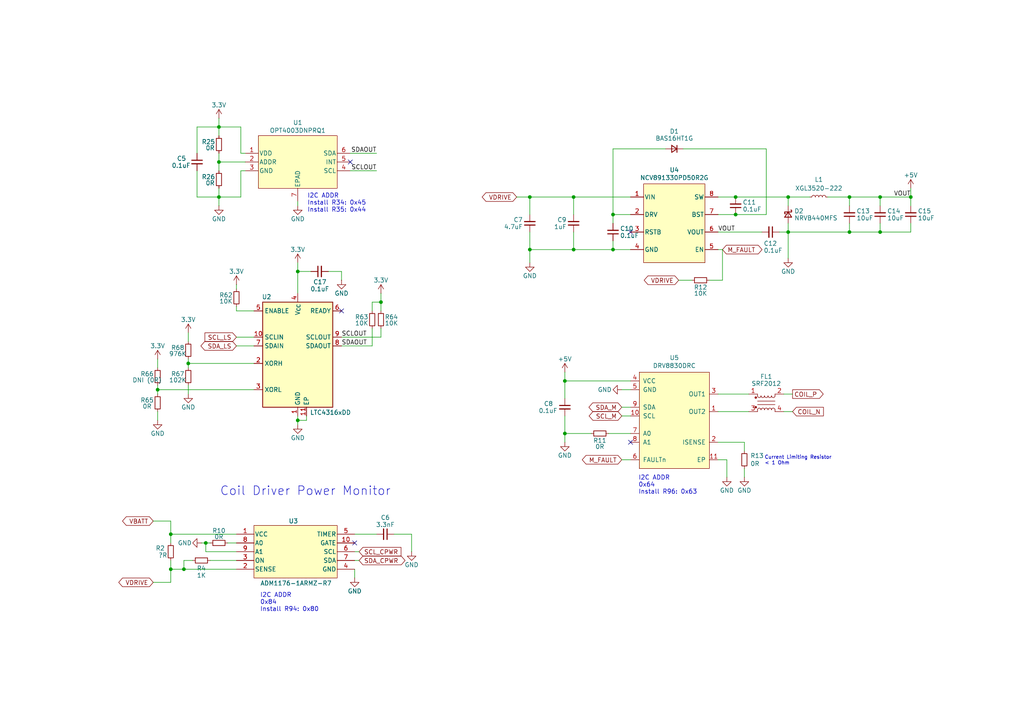
<source format=kicad_sch>
(kicad_sch (version 20231120) (generator "eeschema") (generator_version "8.0")
  (paper "A4")
  (lib_symbols
    (symbol "Interface_Expansion:LTC4316xDD"
      (property "Reference" "U" (at -8.89 16.51 0))
      (property "Value" "LTC4316xDD" (at 6.35 16.51 0))
      (symbol "LTC4316xDD_0_1"
        (rectangle (start -10.16 15.24) (end 10.16 -15.24) (stroke (width 0.254)) (fill (type background)))
      )
      (symbol "LTC4316xDD_1_1"
        (pin power_in line (at 0 -17.78 90) (length 2.54) (name "GND") (number "1"))
        (pin input line (at -12.7 5.08 0) (length 2.54) (name "SCLIN") (number "10"))
        (pin passive line (at 2.54 -17.78 90) (length 2.54) (name "EP") (number "11"))
        (pin input line (at -12.7 -2.54 0) (length 2.54) (name "XORH") (number "2"))
        (pin input line (at -12.7 -10.16 0) (length 2.54) (name "XORL") (number "3"))
        (pin power_in line (at 0 17.78 270) (length 2.54) (name "V_{CC}") (number "4"))
        (pin input line (at -12.7 12.7 0) (length 2.54) (name "ENABLE") (number "5"))
        (pin open_collector line (at 12.7 12.7 180) (length 2.54) (name "READY") (number "6"))
        (pin bidirectional line (at -12.7 2.54 0) (length 2.54) (name "SDAIN") (number "7"))
        (pin bidirectional line (at 12.7 2.54 180) (length 2.54) (name "SDAOUT") (number "8"))
        (pin output line (at 12.7 5.08 180) (length 2.54) (name "SCLOUT") (number "9"))
      )
    )
    (symbol "SolarPanels:ADM1176-1ARMZ-R7" (pin_names (offset 0.254))
      (property "Reference" "U9" (at 0 8.89 0))
      (property "Value" "ADM1176-1ARMZ-R7" (at 0.762 -9.144 0))
      (symbol "ADM1176-1ARMZ-R7_1_0"
        (pin unspecified line (at -16.51 5.08 0) (length 5.08) (name "VCC") (number "1"))
        (pin unspecified line (at 17.78 2.54 180) (length 5.08) (name "GATE") (number "10"))
        (pin unspecified line (at -16.51 -5.08 0) (length 5.08) (name "SENSE") (number "2"))
        (pin unspecified line (at -16.51 -2.54 0) (length 5.08) (name "ON") (number "3"))
        (pin unspecified line (at 17.78 -5.08 180) (length 5.08) (name "GND") (number "4"))
        (pin unspecified line (at 17.78 5.08 180) (length 5.08) (name "TIMER") (number "5"))
        (pin unspecified line (at 17.78 0 180) (length 5.08) (name "SCL") (number "6"))
        (pin unspecified line (at 17.78 -2.54 180) (length 5.08) (name "SDA") (number "7"))
        (pin unspecified line (at -16.51 2.54 0) (length 5.08) (name "A0") (number "8"))
        (pin unspecified line (at -16.51 0 0) (length 5.08) (name "A1") (number "9"))
      )
      (symbol "ADM1176-1ARMZ-R7_1_1"
        (rectangle (start -11.43 7.62) (end 12.7 -7.62) (fill (type background)))
      )
    )
    (symbol "SolarPanels:C_Small" (pin_numbers hide) (pin_names (offset 0.254) hide)
      (property "Reference" "C" (at 0.254 1.778 0))
      (property "Value" "C_Small" (at 0.254 -2.032 0))
      (symbol "C_Small_0_1"
        (polyline (pts (xy -1.524 -0.508) (xy 1.524 -0.508)) (stroke (width 0.3302)))
        (polyline (pts (xy -1.524 0.508) (xy 1.524 0.508)) (stroke (width 0.3048)))
      )
      (symbol "C_Small_1_1"
        (pin passive line (at 0 2.54 270) (length 2.032) (name "~") (number "1"))
        (pin passive line (at 0 -2.54 90) (length 2.032) (name "~") (number "2"))
      )
    )
    (symbol "SolarPanels:DRV8830DRC" (pin_names (offset 1.016))
      (property "Reference" "U" (at -8.89 15.24 0))
      (property "Value" "DRV8830DRC" (at -3.81 -15.24 0))
      (symbol "DRV8830DRC_0_1"
        (rectangle (start -10.16 13.97) (end 10.16 -13.97) (fill (type background)))
      )
      (symbol "DRV8830DRC_1_1"
        (pin passive line (at 12.7 2.54 180) (length 2.54) (name "OUT2") (number "1"))
        (pin passive line (at -12.7 1.27 0) (length 2.54) (name "SCL") (number "10"))
        (pin power_in line (at 12.7 -11.43 180) (length 2.54) (name "EP") (number "11"))
        (pin passive line (at 12.7 -6.35 180) (length 2.54) (name "ISENSE") (number "2"))
        (pin passive line (at 12.7 7.62 180) (length 2.54) (name "OUT1") (number "3"))
        (pin power_in line (at -12.7 11.43 0) (length 2.54) (name "VCC") (number "4"))
        (pin power_in line (at -12.7 8.89 0) (length 2.54) (name "GND") (number "5"))
        (pin open_collector line (at -12.7 -11.43 0) (length 2.54) (name "FAULTn") (number "6"))
        (pin passive line (at -12.7 -3.81 0) (length 2.54) (name "A0") (number "7"))
        (pin passive line (at -12.7 -6.35 0) (length 2.54) (name "A1") (number "8"))
        (pin passive line (at -12.7 3.81 0) (length 2.54) (name "SDA") (number "9"))
      )
    )
    (symbol "SolarPanels:D_Schottky_Small" (pin_numbers hide) (pin_names (offset 0.254) hide)
      (property "Reference" "D" (at -1.27 2.032 0))
      (property "Value" "D_Schottky_Small" (at -7.112 -2.032 0))
      (symbol "D_Schottky_Small_0_1"
        (polyline (pts (xy -0.762 0) (xy 0.762 0)))
        (polyline (pts (xy 0.762 -1.016) (xy -0.762 0) (xy 0.762 1.016) (xy 0.762 -1.016)) (stroke (width 0.254)))
        (polyline (pts (xy -1.27 0.762) (xy -1.27 1.016) (xy -0.762 1.016) (xy -0.762 -1.016) (xy -0.254 -1.016) (xy -0.254 -0.762)) (stroke (width 0.254)))
      )
      (symbol "D_Schottky_Small_1_1"
        (pin passive line (at -2.54 0 0) (length 1.778) (name "K") (number "1"))
        (pin passive line (at 2.54 0 180) (length 1.778) (name "A") (number "2"))
      )
    )
    (symbol "SolarPanels:D_Small" (pin_numbers hide) (pin_names (offset 0.254) hide)
      (property "Reference" "D" (at -1.27 2.032 0))
      (property "Value" "D_Small" (at -3.81 -2.032 0))
      (symbol "D_Small_0_1"
        (polyline (pts (xy -0.762 -1.016) (xy -0.762 1.016)) (stroke (width 0.254)))
        (polyline (pts (xy -0.762 0) (xy 0.762 0)))
        (polyline (pts (xy 0.762 -1.016) (xy -0.762 0) (xy 0.762 1.016) (xy 0.762 -1.016)) (stroke (width 0.254)))
      )
      (symbol "D_Small_1_1"
        (pin passive line (at -2.54 0 0) (length 1.778) (name "K") (number "1"))
        (pin passive line (at 2.54 0 180) (length 1.778) (name "A") (number "2"))
      )
    )
    (symbol "SolarPanels:Filter_EMI_CommonMode" (pin_names (offset 0.254) hide)
      (property "Reference" "FL" (at 0 4.445 0))
      (property "Value" "Filter_EMI_CommonMode" (at 0 -4.445 0))
      (symbol "Filter_EMI_CommonMode_0_1"
        (circle (center -3.048 -1.27) (radius 0.254) (fill (type outline)))
        (circle (center -3.048 1.524) (radius 0.254) (fill (type outline)))
        (arc (start -2.54 2.032) (mid -2.032 1.5262) (end -1.524 2.032))
        (arc (start -1.524 -2.032) (mid -2.032 -1.5262) (end -2.54 -2.032))
        (arc (start -1.524 2.032) (mid -1.016 1.5262) (end -0.508 2.032))
        (arc (start -0.508 -2.032) (mid -1.016 -1.5262) (end -1.524 -2.032))
        (arc (start -0.508 2.032) (mid 0 1.5262) (end 0.508 2.032))
        (polyline (pts (xy -2.54 -2.032) (xy -2.54 -2.54)))
        (polyline (pts (xy -2.54 0.508) (xy 2.54 0.508)))
        (polyline (pts (xy -2.54 2.032) (xy -2.54 2.54)))
        (polyline (pts (xy 2.54 -2.032) (xy 2.54 -2.54)))
        (polyline (pts (xy 2.54 -0.508) (xy -2.54 -0.508)))
        (polyline (pts (xy 2.54 2.54) (xy 2.54 2.032)))
        (arc (start 0.508 -2.032) (mid 0 -1.5262) (end -0.508 -2.032))
        (arc (start 0.508 2.032) (mid 1.016 1.5262) (end 1.524 2.032))
        (arc (start 1.524 -2.032) (mid 1.016 -1.5262) (end 0.508 -2.032))
        (arc (start 1.524 2.032) (mid 2.032 1.5262) (end 2.54 2.032))
        (arc (start 2.54 -2.032) (mid 2.032 -1.5262) (end 1.524 -2.032))
      )
      (symbol "Filter_EMI_CommonMode_1_1"
        (pin passive line (at -5.08 2.54 0) (length 2.54) (name "1") (number "1"))
        (pin passive line (at 5.08 2.54 180) (length 2.54) (name "2") (number "2"))
        (pin passive line (at -5.08 -2.54 0) (length 2.54) (name "3") (number "3"))
        (pin passive line (at 5.08 -2.54 180) (length 2.54) (name "4") (number "4"))
      )
    )
    (symbol "SolarPanels:L_Small" (pin_numbers hide) (pin_names (offset 0.254) hide)
      (property "Reference" "L" (at 0.762 1.016 0))
      (property "Value" "L_Small" (at 0.762 -1.016 0))
      (symbol "L_Small_0_1"
        (arc (start 0 -2.032) (mid 0.5058 -1.524) (end 0 -1.016))
        (arc (start 0 -1.016) (mid 0.5058 -0.508) (end 0 0))
        (arc (start 0 0) (mid 0.5058 0.508) (end 0 1.016))
        (arc (start 0 1.016) (mid 0.5058 1.524) (end 0 2.032))
      )
      (symbol "L_Small_1_1"
        (pin passive line (at 0 2.54 270) (length 0.508) (name "~") (number "1"))
        (pin passive line (at 0 -2.54 90) (length 0.508) (name "~") (number "2"))
      )
    )
    (symbol "SolarPanels:NCV891330PD50R2G" (pin_names (offset 0.254))
      (property "Reference" "U" (at 0 16.256 0))
      (property "Value" "NCV891330PD50R2G" (at 0 13.208 0))
      (symbol "NCV891330PD50R2G_1_1"
        (rectangle (start -8.89 11.43) (end 8.89 -11.43) (fill (type background)))
        (pin input line (at -12.7 7.62 0) (length 3.81) (name "VIN") (number "1"))
        (pin output line (at -12.7 2.54 0) (length 3.81) (name "DRV") (number "2"))
        (pin output line (at -12.7 -2.54 0) (length 3.81) (name "RSTB") (number "3"))
        (pin power_in line (at -12.7 -7.62 0) (length 3.81) (name "GND") (number "4"))
        (pin input line (at 12.7 -7.62 180) (length 3.81) (name "EN") (number "5"))
        (pin output line (at 12.7 -2.54 180) (length 3.81) (name "VOUT") (number "6"))
        (pin input line (at 12.7 2.54 180) (length 3.81) (name "BST") (number "7"))
        (pin output line (at 12.7 7.62 180) (length 3.81) (name "SW") (number "8"))
        (pin power_in line (at -12.7 -7.62 0) (length 3.81) hide (name "GND") (number "9"))
      )
    )
    (symbol "SolarPanels:OPT4003DNPRQ1" (pin_names (offset 0.254))
      (property "Reference" "U" (at 0 11.938 0))
      (property "Value" "OPT4003DNPRQ1" (at 0 9.398 0))
      (symbol "OPT4003DNPRQ1_1_1"
        (rectangle (start -11.43 7.62) (end 11.43 -7.62) (fill (type background)))
        (pin input line (at -15.24 2.54 0) (length 3.81) (name "VDD") (number "1"))
        (pin input line (at -15.24 0 0) (length 3.81) (name "ADDR") (number "2"))
        (pin power_in line (at -15.24 -2.54 0) (length 3.81) (name "GND") (number "3"))
        (pin input line (at 15.24 -2.54 180) (length 3.81) (name "SCL") (number "4"))
        (pin bidirectional line (at 15.24 0 180) (length 3.81) (name "INT") (number "5"))
        (pin bidirectional line (at 15.24 2.54 180) (length 3.81) (name "SDA") (number "6"))
        (pin power_out line (at 0 -11.43 90) (length 3.81) (name "EPAD") (number "7"))
      )
    )
    (symbol "SolarPanels:R_Small" (pin_numbers hide) (pin_names (offset 0.254) hide)
      (property "Reference" "R" (at 0.762 0.508 0))
      (property "Value" "R_Small" (at 0.762 -1.016 0))
      (symbol "R_Small_0_1"
        (rectangle (start -0.762 1.778) (end 0.762 -1.778) (stroke (width 0.2032)))
      )
      (symbol "R_Small_1_1"
        (pin passive line (at 0 2.54 270) (length 0.762) (name "~") (number "1"))
        (pin passive line (at 0 -2.54 90) (length 0.762) (name "~") (number "2"))
      )
    )
    (symbol "power:+3.3V" (power) (pin_numbers hide) (pin_names (offset 0) hide)
      (property "Value" "+3.3V" (at 0 3.556 0))
      (symbol "+3.3V_0_1"
        (polyline (pts (xy -0.762 1.27) (xy 0 2.54)))
        (polyline (pts (xy 0 0) (xy 0 2.54)))
        (polyline (pts (xy 0 2.54) (xy 0.762 1.27)))
      )
      (symbol "+3.3V_1_1"
        (pin power_in line (at 0 0 90) (length 0) (name "~") (number "1"))
      )
    )
    (symbol "power:+5V" (power) (pin_numbers hide) (pin_names (offset 0) hide)
      (property "Value" "+5V" (at 0 3.556 0))
      (symbol "+5V_0_1"
        (polyline (pts (xy -0.762 1.27) (xy 0 2.54)))
        (polyline (pts (xy 0 0) (xy 0 2.54)))
        (polyline (pts (xy 0 2.54) (xy 0.762 1.27)))
      )
      (symbol "+5V_1_1"
        (pin power_in line (at 0 0 90) (length 0) (name "~") (number "1"))
      )
    )
    (symbol "power:GND" (power) (pin_numbers hide) (pin_names (offset 0) hide)
      (property "Value" "GND" (at 0 -3.81 0))
      (symbol "GND_0_1"
        (polyline (pts (xy 0 0) (xy 0 -1.27) (xy 1.27 -1.27) (xy 0 -2.54) (xy -1.27 -1.27) (xy 0 -1.27)))
      )
      (symbol "GND_1_1"
        (pin power_in line (at 0 0 270) (length 0) (name "~") (number "1"))
      )
    )
  )
  (junction (at 228.6 67.31))
  (junction (at 264.16 57.15))
  (junction (at 59.69 157.48))
  (junction (at 153.67 72.39))
  (junction (at 163.83 110.49))
  (junction (at 53.34 165.1))
  (junction (at 177.8 62.23))
  (junction (at 166.37 72.39))
  (junction (at 228.6 57.15))
  (junction (at 86.36 121.92))
  (junction (at 63.5 36.83))
  (junction (at 177.8 72.39))
  (junction (at 163.83 125.73))
  (junction (at 63.5 46.99))
  (junction (at 213.36 57.15))
  (junction (at 255.27 57.15))
  (junction (at 49.53 165.1))
  (junction (at 246.38 67.31))
  (junction (at 49.53 154.94))
  (junction (at 86.36 78.74))
  (junction (at 45.72 113.03))
  (junction (at 54.61 105.41))
  (junction (at 153.67 57.15))
  (junction (at 63.5 57.15))
  (junction (at 166.37 57.15))
  (junction (at 213.36 62.23))
  (junction (at 255.27 67.31))
  (junction (at 110.49 87.63))
  (junction (at 246.38 57.15))
  (no_connect (at 101.6 46.99))
  (no_connect (at 182.88 128.27))
  (no_connect (at 182.88 67.31))
  (no_connect (at 99.06 90.17))
  (no_connect (at 102.87 157.48))
  (wire (pts (xy 208.28 57.15) (xy 213.36 57.15)))
  (wire (pts (xy 110.49 87.63) (xy 110.49 90.17)))
  (wire (pts (xy 102.87 154.94) (xy 109.22 154.94)))
  (wire (pts (xy 99.06 100.33) (xy 107.95 100.33)))
  (wire (pts (xy 182.88 62.23) (xy 177.8 62.23)))
  (wire (pts (xy 102.87 167.64) (xy 102.87 165.1)))
  (wire (pts (xy 110.49 85.09) (xy 110.49 87.63)))
  (wire (pts (xy 90.17 78.74) (xy 86.36 78.74)))
  (wire (pts (xy 209.55 72.39) (xy 208.28 72.39)))
  (wire (pts (xy 222.25 62.23) (xy 213.36 62.23)))
  (wire (pts (xy 264.16 54.61) (xy 264.16 57.15)))
  (wire (pts (xy 95.25 78.74) (xy 99.06 78.74)))
  (wire (pts (xy 63.5 59.69) (xy 63.5 57.15)))
  (wire (pts (xy 54.61 105.41) (xy 73.66 105.41)))
  (wire (pts (xy 49.53 154.94) (xy 49.53 151.13)))
  (wire (pts (xy 49.53 154.94) (xy 68.58 154.94)))
  (wire (pts (xy 101.6 49.53) (xy 109.22 49.53)))
  (wire (pts (xy 119.38 154.94) (xy 119.38 160.02)))
  (wire (pts (xy 166.37 67.31) (xy 166.37 72.39)))
  (wire (pts (xy 107.95 87.63) (xy 107.95 90.17)))
  (wire (pts (xy 119.38 154.94) (xy 114.3 154.94)))
  (wire (pts (xy 177.8 62.23) (xy 177.8 43.18)))
  (wire (pts (xy 255.27 67.31) (xy 246.38 67.31)))
  (wire (pts (xy 198.12 43.18) (xy 222.25 43.18)))
  (wire (pts (xy 208.28 133.35) (xy 210.82 133.35)))
  (wire (pts (xy 49.53 165.1) (xy 53.34 165.1)))
  (wire (pts (xy 176.53 125.73) (xy 182.88 125.73)))
  (wire (pts (xy 208.28 67.31) (xy 220.98 67.31)))
  (wire (pts (xy 86.36 121.92) (xy 86.36 123.19)))
  (wire (pts (xy 228.6 74.93) (xy 228.6 67.31)))
  (wire (pts (xy 68.58 100.33) (xy 73.66 100.33)))
  (wire (pts (xy 68.58 83.82) (xy 68.58 82.55)))
  (wire (pts (xy 58.42 157.48) (xy 59.69 157.48)))
  (wire (pts (xy 59.69 157.48) (xy 59.69 160.02)))
  (wire (pts (xy 205.74 81.28) (xy 209.55 81.28)))
  (wire (pts (xy 71.12 44.45) (xy 69.85 44.45)))
  (wire (pts (xy 227.33 114.3) (xy 229.87 114.3)))
  (wire (pts (xy 69.85 44.45) (xy 69.85 36.83)))
  (wire (pts (xy 63.5 46.99) (xy 63.5 49.53)))
  (wire (pts (xy 208.28 128.27) (xy 215.9 128.27)))
  (wire (pts (xy 69.85 49.53) (xy 69.85 57.15)))
  (wire (pts (xy 49.53 162.56) (xy 49.53 165.1)))
  (wire (pts (xy 215.9 135.89) (xy 215.9 138.43)))
  (wire (pts (xy 68.58 90.17) (xy 68.58 88.9)))
  (wire (pts (xy 86.36 121.92) (xy 88.9 121.92)))
  (wire (pts (xy 163.83 110.49) (xy 163.83 115.57)))
  (wire (pts (xy 49.53 154.94) (xy 49.53 157.48)))
  (wire (pts (xy 68.58 97.79) (xy 73.66 97.79)))
  (wire (pts (xy 54.61 111.76) (xy 54.61 114.3)))
  (wire (pts (xy 182.88 113.03) (xy 180.34 113.03)))
  (wire (pts (xy 153.67 67.31) (xy 153.67 72.39)))
  (wire (pts (xy 69.85 36.83) (xy 63.5 36.83)))
  (wire (pts (xy 149.86 57.15) (xy 153.67 57.15)))
  (wire (pts (xy 226.06 67.31) (xy 228.6 67.31)))
  (wire (pts (xy 264.16 59.69) (xy 264.16 57.15)))
  (wire (pts (xy 177.8 43.18) (xy 193.04 43.18)))
  (wire (pts (xy 57.15 49.53) (xy 57.15 57.15)))
  (wire (pts (xy 59.69 160.02) (xy 68.58 160.02)))
  (wire (pts (xy 222.25 43.18) (xy 222.25 62.23)))
  (wire (pts (xy 153.67 57.15) (xy 153.67 62.23)))
  (wire (pts (xy 86.36 59.69) (xy 86.36 58.42)))
  (wire (pts (xy 182.88 57.15) (xy 166.37 57.15)))
  (wire (pts (xy 255.27 64.77) (xy 255.27 67.31)))
  (wire (pts (xy 182.88 118.11) (xy 180.34 118.11)))
  (wire (pts (xy 63.5 36.83) (xy 63.5 39.37)))
  (wire (pts (xy 53.34 162.56) (xy 53.34 165.1)))
  (wire (pts (xy 255.27 57.15) (xy 264.16 57.15)))
  (wire (pts (xy 110.49 95.25) (xy 110.49 97.79)))
  (wire (pts (xy 213.36 62.23) (xy 208.28 62.23)))
  (wire (pts (xy 208.28 114.3) (xy 217.17 114.3)))
  (wire (pts (xy 166.37 72.39) (xy 153.67 72.39)))
  (wire (pts (xy 104.14 160.02) (xy 102.87 160.02)))
  (wire (pts (xy 228.6 57.15) (xy 234.95 57.15)))
  (wire (pts (xy 99.06 97.79) (xy 110.49 97.79)))
  (wire (pts (xy 86.36 78.74) (xy 86.36 85.09)))
  (wire (pts (xy 54.61 96.52) (xy 54.61 99.06)))
  (wire (pts (xy 54.61 106.68) (xy 54.61 105.41)))
  (wire (pts (xy 209.55 72.39) (xy 209.55 81.28)))
  (wire (pts (xy 163.83 110.49) (xy 182.88 110.49)))
  (wire (pts (xy 246.38 57.15) (xy 246.38 59.69)))
  (wire (pts (xy 99.06 78.74) (xy 99.06 81.28)))
  (wire (pts (xy 196.85 81.28) (xy 200.66 81.28)))
  (wire (pts (xy 180.34 133.35) (xy 182.88 133.35)))
  (wire (pts (xy 101.6 44.45) (xy 109.22 44.45)))
  (wire (pts (xy 228.6 67.31) (xy 228.6 64.77)))
  (wire (pts (xy 177.8 69.85) (xy 177.8 72.39)))
  (wire (pts (xy 215.9 128.27) (xy 215.9 130.81)))
  (wire (pts (xy 63.5 46.99) (xy 71.12 46.99)))
  (wire (pts (xy 264.16 64.77) (xy 264.16 67.31)))
  (wire (pts (xy 57.15 57.15) (xy 63.5 57.15)))
  (wire (pts (xy 107.95 95.25) (xy 107.95 100.33)))
  (wire (pts (xy 163.83 125.73) (xy 171.45 125.73)))
  (wire (pts (xy 177.8 62.23) (xy 177.8 64.77)))
  (wire (pts (xy 53.34 165.1) (xy 68.58 165.1)))
  (wire (pts (xy 86.36 76.2) (xy 86.36 78.74)))
  (wire (pts (xy 240.03 57.15) (xy 246.38 57.15)))
  (wire (pts (xy 246.38 64.77) (xy 246.38 67.31)))
  (wire (pts (xy 45.72 119.38) (xy 45.72 121.92)))
  (wire (pts (xy 63.5 54.61) (xy 63.5 57.15)))
  (wire (pts (xy 73.66 90.17) (xy 68.58 90.17)))
  (wire (pts (xy 44.45 151.13) (xy 49.53 151.13)))
  (wire (pts (xy 208.28 119.38) (xy 217.17 119.38)))
  (wire (pts (xy 246.38 67.31) (xy 228.6 67.31)))
  (wire (pts (xy 255.27 57.15) (xy 246.38 57.15)))
  (wire (pts (xy 54.61 105.41) (xy 54.61 104.14)))
  (wire (pts (xy 60.96 157.48) (xy 59.69 157.48)))
  (wire (pts (xy 60.96 162.56) (xy 68.58 162.56)))
  (wire (pts (xy 153.67 72.39) (xy 153.67 76.2)))
  (wire (pts (xy 45.72 113.03) (xy 73.66 113.03)))
  (wire (pts (xy 177.8 72.39) (xy 166.37 72.39)))
  (wire (pts (xy 166.37 57.15) (xy 166.37 62.23)))
  (wire (pts (xy 63.5 46.99) (xy 63.5 44.45)))
  (wire (pts (xy 255.27 57.15) (xy 255.27 59.69)))
  (wire (pts (xy 69.85 57.15) (xy 63.5 57.15)))
  (wire (pts (xy 182.88 72.39) (xy 177.8 72.39)))
  (wire (pts (xy 110.49 87.63) (xy 107.95 87.63)))
  (wire (pts (xy 210.82 133.35) (xy 210.82 138.43)))
  (wire (pts (xy 45.72 106.68) (xy 45.72 104.14)))
  (wire (pts (xy 163.83 120.65) (xy 163.83 125.73)))
  (wire (pts (xy 104.14 162.56) (xy 102.87 162.56)))
  (wire (pts (xy 213.36 57.15) (xy 228.6 57.15)))
  (wire (pts (xy 255.27 67.31) (xy 264.16 67.31)))
  (wire (pts (xy 88.9 121.92) (xy 88.9 120.65)))
  (wire (pts (xy 86.36 121.92) (xy 86.36 120.65)))
  (wire (pts (xy 45.72 113.03) (xy 45.72 111.76)))
  (wire (pts (xy 227.33 119.38) (xy 229.87 119.38)))
  (wire (pts (xy 44.45 168.91) (xy 49.53 168.91)))
  (wire (pts (xy 69.85 49.53) (xy 71.12 49.53)))
  (wire (pts (xy 45.72 113.03) (xy 45.72 114.3)))
  (wire (pts (xy 166.37 57.15) (xy 153.67 57.15)))
  (wire (pts (xy 163.83 107.95) (xy 163.83 110.49)))
  (wire (pts (xy 182.88 120.65) (xy 180.34 120.65)))
  (wire (pts (xy 228.6 57.15) (xy 228.6 59.69)))
  (wire (pts (xy 63.5 36.83) (xy 57.15 36.83)))
  (wire (pts (xy 55.88 162.56) (xy 53.34 162.56)))
  (wire (pts (xy 163.83 125.73) (xy 163.83 128.27)))
  (wire (pts (xy 63.5 34.29) (xy 63.5 36.83)))
  (wire (pts (xy 66.04 157.48) (xy 68.58 157.48)))
  (wire (pts (xy 57.15 36.83) (xy 57.15 44.45)))
  (wire (pts (xy 49.53 165.1) (xy 49.53 168.91)))
  (text "Current Limiting Resistor\n< 1 Ohm" (at 221.742 135.001 0) (effects (font (size 1.016 1.016)) (justify left bottom)))
  (text "I2C ADDR\n0x64\nInstall R96: 0x63" (at 185.166 143.51 0) (effects (font (size 1.27 1.27)) (justify left bottom)))
  (text "I2C ADDR\nInstall R34: 0x45\nInstall R35: 0x44" (at 89.154 61.722 0) (effects (font (size 1.27 1.27)) (justify left bottom)))
  (text "Coil Driver Power Monitor" (at 63.754 144.018 0) (effects (font (size 2.54 2.54)) (justify left bottom)))
  (text "I2C ADDR\n0x84\nInstall R94: 0x80" (at 75.438 177.546 0) (effects (font (size 1.27 1.27)) (justify left bottom)))
  (label "SCLOUT" (at 99.06 97.79 0))
  (label "SDAOUT" (at 99.06 100.33 0))
  (label "SCLOUT" (at 109.22 49.53 180))
  (label "VOUT" (at 208.28 67.31 0))
  (label "VOUT" (at 264.16 57.15 180))
  (label "SDAOUT" (at 109.22 44.45 180))
  (global_label "COIL_P" (shape output) (at 229.87 114.3 0) (property "Intersheetrefs" "${INTERSHEET_REFS}" (effects (hide yes))))
  (global_label "SCL_M" (shape bidirectional) (at 180.34 120.65 180) (property "Intersheetrefs" "${INTERSHEET_REFS}" (effects (hide yes))))
  (global_label "M_FAULT" (shape bidirectional) (at 209.55 72.39 0) (property "Intersheetrefs" "${INTERSHEET_REFS}" (effects (hide yes))))
  (global_label "VDRIVE" (shape bidirectional) (at 44.45 168.91 180) (property "Intersheetrefs" "${INTERSHEET_REFS}" (effects (hide yes))))
  (global_label "VBATT" (shape bidirectional) (at 44.45 151.13 180) (property "Intersheetrefs" "${INTERSHEET_REFS}" (effects (hide yes))))
  (global_label "COIL_N" (shape input) (at 229.87 119.38 0) (property "Intersheetrefs" "${INTERSHEET_REFS}" (effects (hide yes))))
  (global_label "VDRIVE" (shape bidirectional) (at 196.85 81.28 180) (property "Intersheetrefs" "${INTERSHEET_REFS}" (effects (hide yes))))
  (global_label "SDA_LS" (shape bidirectional) (at 68.58 100.33 180) (property "Intersheetrefs" "${INTERSHEET_REFS}" (effects (hide yes))))
  (global_label "SCL_CPWR" (shape input) (at 104.14 160.02 0) (property "Intersheetrefs" "${INTERSHEET_REFS}" (effects (hide yes))))
  (global_label "SDA_CPWR" (shape bidirectional) (at 104.14 162.56 0) (property "Intersheetrefs" "${INTERSHEET_REFS}" (effects (hide yes))))
  (global_label "SCL_LS" (shape input) (at 68.58 97.79 180) (property "Intersheetrefs" "${INTERSHEET_REFS}" (effects (hide yes))))
  (global_label "SDA_M" (shape bidirectional) (at 180.34 118.11 180) (property "Intersheetrefs" "${INTERSHEET_REFS}" (effects (hide yes))))
  (global_label "VDRIVE" (shape bidirectional) (at 149.86 57.15 180) (property "Intersheetrefs" "${INTERSHEET_REFS}" (effects (hide yes))))
  (global_label "M_FAULT" (shape bidirectional) (at 180.34 133.35 180) (property "Intersheetrefs" "${INTERSHEET_REFS}" (effects (hide yes))))
  (symbol (lib_id "SolarPanels:D_Schottky_Small") (at 228.6 62.23 270) (unit 1)
    (property "Reference" "D2" (at 230.378 61.214 90) (effects (justify left)))
    (property "Value" "NRVB440MFS" (at 230.378 63.246 90) (effects (justify left)))
    (property "Footprint" "SolarPanels:NRVB440MFSWFT1G" (effects (hide yes)))
    (property "Description" "Schottky diode, small symbol" (effects (hide yes)))
  )
  (symbol (lib_id "SolarPanels:C_Small") (at 255.27 62.23 0) (mirror x) (unit 1)
    (property "Reference" "C14" (at 257.302 61.214 0) (effects (justify left)))
    (property "Value" "10uF" (at 257.302 63.246 0) (effects (justify left)))
    (property "Footprint" "Capacitor_SMD:C_1206_3216Metric" (effects (hide yes)))
    (property "Description" "Unpolarized capacitor, small symbol" (effects (hide yes)))
  )
  (symbol (lib_id "SolarPanels:C_Small") (at 92.71 78.74 90) (unit 1)
    (property "Reference" "C17" (at 94.742 81.788 90) (effects (justify left)))
    (property "Value" "0.1uF" (at 95.504 83.82 90) (effects (justify left)))
    (property "Footprint" "Capacitor_SMD:C_0603_1608Metric" (effects (hide yes)))
  )
  (symbol (lib_id "SolarPanels:R_Small") (at 54.61 101.6 0) (mirror x) (unit 1)
    (property "Reference" "R68" (at 51.562 100.838 0))
    (property "Value" "976K" (at 51.562 102.616 0))
    (property "Footprint" "Resistor_SMD:R_0603_1608Metric" (effects (hide yes)))
    (property "Description" "Resistor, small symbol" (effects (hide yes)))
  )
  (symbol (lib_id "SolarPanels:R_Small") (at 63.5 52.07 0) (mirror x) (unit 1)
    (property "Reference" "R26" (at 60.452 51.308 0))
    (property "Value" "0R" (at 60.96 53.086 0))
    (property "Footprint" "Resistor_SMD:R_0402_1005Metric" (effects (hide yes)))
    (property "Description" "Resistor, small symbol" (effects (hide yes)))
  )
  (symbol (lib_id "SolarPanels:OPT4003DNPRQ1") (at 86.36 46.99 0) (unit 1)
    (property "Reference" "U1" (at 86.36 35.56 0))
    (property "Value" "OPT4003DNPRQ1" (at 86.36 37.846 0))
    (property "Footprint" "SolarPanels:OPT4003" (effects (hide yes)))
    (property "Datasheet" "OPT4003DNPRQ1" (effects (hide yes)))
  )
  (symbol (lib_id "power:GND") (at 86.36 123.19 0) (unit 1)
    (property "Reference" "#PWR038" (effects (hide yes)))
    (property "Value" "GND" (at 86.36 127 0))
    (property "Description" "Power symbol creates a global label with name \"GND\" , ground" (effects (hide yes)))
  )
  (symbol (lib_id "power:GND") (at 63.5 59.69 0) (unit 1)
    (property "Reference" "#PWR013" (effects (hide yes)))
    (property "Value" "GND" (at 63.5 63.5 0))
    (property "Description" "Power symbol creates a global label with name \"GND\" , ground" (effects (hide yes)))
  )
  (symbol (lib_id "SolarPanels:Filter_EMI_CommonMode") (at 222.25 116.84 0) (unit 1)
    (property "Reference" "FL1" (at 222.25 109.22 0))
    (property "Value" "SRF2012" (at 222.25 111.252 0))
    (property "Footprint" "SolarPanels:SRF2012" (effects (hide yes)))
  )
  (symbol (lib_id "SolarPanels:C_Small") (at 177.8 67.31 0) (mirror x) (unit 1)
    (property "Reference" "C10" (at 179.832 66.294 0) (effects (justify left)))
    (property "Value" "0.1uF" (at 179.832 68.326 0) (effects (justify left)))
    (property "Footprint" "Capacitor_SMD:C_0603_1608Metric" (effects (hide yes)))
    (property "Description" "Unpolarized capacitor, small symbol" (effects (hide yes)))
  )
  (symbol (lib_id "SolarPanels:R_Small") (at 45.72 109.22 0) (mirror x) (unit 1)
    (property "Reference" "R66" (at 42.672 108.458 0))
    (property "Value" "DNI (0R)" (at 42.672 110.236 0))
    (property "Footprint" "Resistor_SMD:R_0603_1608Metric" (effects (hide yes)))
    (property "Description" "Resistor, small symbol" (effects (hide yes)))
  )
  (symbol (lib_id "power:GND") (at 153.67 76.2 0) (unit 1)
    (property "Reference" "#PWR015" (effects (hide yes)))
    (property "Value" "GND" (at 153.67 80.01 0))
  )
  (symbol (lib_id "SolarPanels:R_Small") (at 54.61 109.22 0) (mirror x) (unit 1)
    (property "Reference" "R67" (at 51.562 108.458 0))
    (property "Value" "102K" (at 51.562 110.236 0))
    (property "Footprint" "Resistor_SMD:R_0603_1608Metric" (effects (hide yes)))
    (property "Description" "Resistor, small symbol" (effects (hide yes)))
  )
  (symbol (lib_id "SolarPanels:R_Small") (at 45.72 116.84 0) (mirror x) (unit 1)
    (property "Reference" "R65" (at 42.672 116.078 0))
    (property "Value" "0R" (at 42.672 117.856 0))
    (property "Footprint" "Resistor_SMD:R_0603_1608Metric" (effects (hide yes)))
    (property "Description" "Resistor, small symbol" (effects (hide yes)))
  )
  (symbol (lib_id "SolarPanels:R_Small") (at 203.2 81.28 270) (mirror x) (unit 1)
    (property "Reference" "R12" (at 203.2 83.312 90))
    (property "Value" "10K" (at 203.2 85.09 90))
    (property "Footprint" "Resistor_SMD:R_0603_1608Metric" (effects (hide yes)))
    (property "Description" "Resistor, small symbol" (effects (hide yes)))
  )
  (symbol (lib_id "SolarPanels:R_Small") (at 63.5 157.48 90) (mirror x) (unit 1)
    (property "Reference" "R10" (at 63.5 153.924 90))
    (property "Value" "0R" (at 63.5 155.702 90))
    (property "Footprint" "Resistor_SMD:R_0603_1608Metric" (effects (hide yes)))
    (property "Description" "Resistor, small symbol" (effects (hide yes)))
  )
  (symbol (lib_id "power:+3.3V") (at 54.61 96.52 0) (unit 1)
    (property "Reference" "#PWR044" (effects (hide yes)))
    (property "Value" "3.3V" (at 54.61 92.71 0))
    (property "Description" "Power symbol creates a global label with name \"+3.3V\"" (effects (hide yes)))
  )
  (symbol (lib_id "SolarPanels:R_Small") (at 215.9 133.35 180) (unit 1)
    (property "Reference" "R13" (at 217.6272 132.1816 0) (effects (justify right)))
    (property "Value" "0R" (at 217.6272 134.493 0) (effects (justify right)))
    (property "Footprint" "Resistor_SMD:R_0603_1608Metric" (effects (hide yes)))
    (property "Description" "Resistor, small symbol" (effects (hide yes)))
  )
  (symbol (lib_id "SolarPanels:C_Small") (at 246.38 62.23 0) (mirror x) (unit 1)
    (property "Reference" "C13" (at 248.412 61.214 0) (effects (justify left)))
    (property "Value" "10uF" (at 248.412 63.246 0) (effects (justify left)))
    (property "Footprint" "Capacitor_SMD:C_1206_3216Metric" (effects (hide yes)))
    (property "Description" "Unpolarized capacitor, small symbol" (effects (hide yes)))
  )
  (symbol (lib_id "power:GND") (at 45.72 121.92 0) (mirror y) (unit 1)
    (property "Reference" "#PWR043" (effects (hide yes)))
    (property "Value" "GND" (at 45.72 125.73 0))
    (property "Description" "Power symbol creates a global label with name \"GND\" , ground" (effects (hide yes)))
  )
  (symbol (lib_id "SolarPanels:R_Small") (at 49.53 160.02 0) (mirror x) (unit 1)
    (property "Reference" "R2" (at 46.482 159.004 0))
    (property "Value" "?R" (at 47.244 161.036 0))
    (property "Footprint" "Resistor_SMD:R_2512_6332Metric" (effects (hide yes)))
    (property "Description" "Resistor, small symbol" (effects (hide yes)))
  )
  (symbol (lib_id "SolarPanels:L_Small") (at 237.49 57.15 90) (unit 1)
    (property "Reference" "L1" (at 237.49 52.07 90))
    (property "Value" "XGL3520-222" (at 237.49 54.61 90))
    (property "Footprint" "SolarPanels:XGL3520" (effects (hide yes)))
    (property "Description" "Inductor, small symbol" (effects (hide yes)))
  )
  (symbol (lib_id "power:GND") (at 58.42 157.48 270) (unit 1)
    (property "Reference" "#PWR03" (effects (hide yes)))
    (property "Value" "GND" (at 53.594 157.48 90))
    (property "Description" "Power symbol creates a global label with name \"GND\" , ground" (effects (hide yes)))
  )
  (symbol (lib_id "Interface_Expansion:LTC4316xDD") (at 86.36 102.87 0) (unit 1)
    (property "Reference" "U2" (at 75.946 86.106 0) (effects (justify left)))
    (property "Value" "LTC4316xDD" (at 89.916 119.634 0) (effects (justify left)))
    (property "Footprint" "Package_DFN_QFN:DFN-10-1EP_3x3mm_P0.5mm_EP1.65x2.38mm" (effects (hide yes)))
    (property "Datasheet" "https://www.analog.com/media/en/technical-documentation/data-sheets/4316fa.pdf" (effects (hide yes)))
    (property "Description" "Single I2C/SMBus Address-Translator, DFN-10" (effects (hide yes)))
  )
  (symbol (lib_id "SolarPanels:C_Small") (at 163.83 118.11 0) (unit 1)
    (property "Reference" "C8" (at 157.734 117.094 0) (effects (justify left)))
    (property "Value" "0.1uF" (at 156.21 119.126 0) (effects (justify left)))
    (property "Footprint" "Capacitor_SMD:C_0805_2012Metric" (effects (hide yes)))
  )
  (symbol (lib_id "SolarPanels:C_Small") (at 264.16 62.23 0) (mirror x) (unit 1)
    (property "Reference" "C15" (at 266.192 61.214 0) (effects (justify left)))
    (property "Value" "10uF" (at 266.192 63.246 0) (effects (justify left)))
    (property "Footprint" "Capacitor_SMD:C_1206_3216Metric" (effects (hide yes)))
    (property "Description" "Unpolarized capacitor, small symbol" (effects (hide yes)))
  )
  (symbol (lib_id "SolarPanels:R_Small") (at 58.42 162.56 90) (mirror x) (unit 1)
    (property "Reference" "R4" (at 58.42 164.846 90))
    (property "Value" "1K" (at 58.42 166.878 90))
    (property "Footprint" "Resistor_SMD:R_0603_1608Metric" (effects (hide yes)))
    (property "Description" "Resistor, small symbol" (effects (hide yes)))
  )
  (symbol (lib_id "power:GND") (at 210.82 138.43 0) (unit 1)
    (property "Reference" "#PWR019" (effects (hide yes)))
    (property "Value" "GND" (at 210.82 142.24 0))
  )
  (symbol (lib_id "SolarPanels:C_Small") (at 57.15 46.99 0) (unit 1)
    (property "Reference" "C5" (at 51.308 45.974 0) (effects (justify left)))
    (property "Value" "0.1uF" (at 49.784 48.006 0) (effects (justify left)))
    (property "Footprint" "Capacitor_SMD:C_0402_1005Metric" (effects (hide yes)))
    (property "Description" "Unpolarized capacitor, small symbol" (effects (hide yes)))
  )
  (symbol (lib_id "power:GND") (at 54.61 114.3 0) (mirror y) (unit 1)
    (property "Reference" "#PWR040" (effects (hide yes)))
    (property "Value" "GND" (at 54.61 118.11 0))
    (property "Description" "Power symbol creates a global label with name \"GND\" , ground" (effects (hide yes)))
  )
  (symbol (lib_id "power:+5V") (at 264.16 54.61 0) (unit 1)
    (property "Reference" "#PWR022" (effects (hide yes)))
    (property "Value" "+5V" (at 264.16 50.8 0))
    (property "Description" "Power symbol creates a global label with name \"+5V\"" (effects (hide yes)))
  )
  (symbol (lib_id "SolarPanels:D_Small") (at 195.58 43.18 180) (unit 1)
    (property "Reference" "D1" (at 195.58 38.1 0))
    (property "Value" "BAS16HT1G" (at 195.58 40.132 0))
    (property "Footprint" "Diode_SMD:D_SOD-323" (effects (hide yes)))
    (property "Description" "Diode, small symbol" (effects (hide yes)))
    (property "Sim.Device" "D" (effects (hide yes)))
    (property "Sim.Pins" "1=K 2=A" (effects (hide yes)))
  )
  (symbol (lib_id "power:GND") (at 86.36 59.69 0) (unit 1)
    (property "Reference" "#PWR024" (effects (hide yes)))
    (property "Value" "GND" (at 86.36 63.5 0))
    (property "Description" "Power symbol creates a global label with name \"GND\" , ground" (effects (hide yes)))
  )
  (symbol (lib_id "power:GND") (at 180.34 113.03 270) (unit 1)
    (property "Reference" "#PWR018" (effects (hide yes)))
    (property "Value" "GND" (at 175.387 113.03 90))
  )
  (symbol (lib_id "power:+5V") (at 163.83 107.95 0) (unit 1)
    (property "Reference" "#PWR016" (effects (hide yes)))
    (property "Value" "+5V" (at 163.83 104.14 0))
    (property "Description" "Power symbol creates a global label with name \"+5V\"" (effects (hide yes)))
  )
  (symbol (lib_id "power:GND") (at 163.83 128.27 0) (unit 1)
    (property "Reference" "#PWR017" (effects (hide yes)))
    (property "Value" "GND" (at 163.83 132.08 0))
  )
  (symbol (lib_id "power:GND") (at 119.38 160.02 0) (unit 1)
    (property "Reference" "#PWR014" (effects (hide yes)))
    (property "Value" "GND" (at 119.38 163.83 0))
    (property "Description" "Power symbol creates a global label with name \"GND\" , ground" (effects (hide yes)))
  )
  (symbol (lib_id "power:GND") (at 102.87 167.64 0) (unit 1)
    (property "Reference" "#PWR011" (effects (hide yes)))
    (property "Value" "GND" (at 102.87 171.45 0))
    (property "Description" "Power symbol creates a global label with name \"GND\" , ground" (effects (hide yes)))
  )
  (symbol (lib_id "SolarPanels:C_Small") (at 223.52 67.31 270) (unit 1)
    (property "Reference" "C12" (at 221.488 70.612 90) (effects (justify left)))
    (property "Value" "0.1uF" (at 221.488 72.644 90) (effects (justify left)))
    (property "Footprint" "Capacitor_SMD:C_0603_1608Metric" (effects (hide yes)))
    (property "Description" "Unpolarized capacitor, small symbol" (effects (hide yes)))
  )
  (symbol (lib_id "power:GND") (at 228.6 74.93 0) (unit 1)
    (property "Reference" "#PWR021" (effects (hide yes)))
    (property "Value" "GND" (at 228.6 78.74 0))
  )
  (symbol (lib_id "SolarPanels:R_Small") (at 68.58 86.36 0) (mirror x) (unit 1)
    (property "Reference" "R62" (at 65.532 85.598 0))
    (property "Value" "10K" (at 65.532 87.376 0))
    (property "Footprint" "Resistor_SMD:R_0603_1608Metric" (effects (hide yes)))
    (property "Description" "Resistor, small symbol" (effects (hide yes)))
  )
  (symbol (lib_id "SolarPanels:R_Small") (at 110.49 92.71 180) (unit 1)
    (property "Reference" "R64" (at 113.538 91.948 0))
    (property "Value" "10K" (at 113.538 93.726 0))
    (property "Footprint" "Resistor_SMD:R_0603_1608Metric" (effects (hide yes)))
    (property "Description" "Resistor, small symbol" (effects (hide yes)))
  )
  (symbol (lib_id "SolarPanels:NCV891330PD50R2G") (at 195.58 64.77 0) (unit 1)
    (property "Reference" "U4" (at 195.58 49.276 0))
    (property "Value" "NCV891330PD50R2G" (at 195.58 51.562 0))
    (property "Footprint" "Package_SO:SOIC-8-1EP_3.9x4.9mm_P1.27mm_EP2.514x3.2mm" (effects (hide yes)))
  )
  (symbol (lib_id "SolarPanels:R_Small") (at 107.95 92.71 0) (mirror x) (unit 1)
    (property "Reference" "R63" (at 104.902 91.948 0))
    (property "Value" "10K" (at 104.902 93.726 0))
    (property "Footprint" "Resistor_SMD:R_0603_1608Metric" (effects (hide yes)))
    (property "Description" "Resistor, small symbol" (effects (hide yes)))
  )
  (symbol (lib_id "SolarPanels:C_Small") (at 213.36 59.69 0) (mirror x) (unit 1)
    (property "Reference" "C11" (at 215.392 58.674 0) (effects (justify left)))
    (property "Value" "0.1uF" (at 215.392 60.706 0) (effects (justify left)))
    (property "Footprint" "Capacitor_SMD:C_0603_1608Metric" (effects (hide yes)))
    (property "Description" "Unpolarized capacitor, small symbol" (effects (hide yes)))
  )
  (symbol (lib_id "power:+3.3V") (at 63.5 34.29 0) (unit 1)
    (property "Reference" "#PWR010" (effects (hide yes)))
    (property "Value" "3.3V" (at 63.5 30.48 0))
    (property "Description" "Power symbol creates a global label with name \"+3.3V\"" (effects (hide yes)))
  )
  (symbol (lib_id "SolarPanels:R_Small") (at 63.5 41.91 0) (mirror x) (unit 1)
    (property "Reference" "R25" (at 60.452 41.148 0))
    (property "Value" "0R" (at 60.96 42.926 0))
    (property "Footprint" "Resistor_SMD:R_0402_1005Metric" (effects (hide yes)))
    (property "Description" "Resistor, small symbol" (effects (hide yes)))
  )
  (symbol (lib_id "SolarPanels:ADM1176-1ARMZ-R7") (at 85.09 160.02 0) (unit 1)
    (property "Reference" "U3" (at 85.09 151.13 0))
    (property "Value" "ADM1176-1ARMZ-R7" (at 85.852 169.164 0))
    (property "Footprint" "Package_SO:MSOP-10_3x3mm_P0.5mm" (effects (hide yes)))
    (property "Flight" "ADM1176-1ARMZ-R7" (effects (hide yes)))
    (property "Manufacturer_Name" "Analog Devices Inc." (effects (hide yes)))
    (property "Manufacturer_Part_Number" "ADM1176-1ARMZ-R7" (effects (hide yes)))
    (property "Proto" "ADM1176-1ARMZ-R7" (effects (hide yes)))
  )
  (symbol (lib_id "power:+3.3V") (at 45.72 104.14 0) (unit 1)
    (property "Reference" "#PWR039" (effects (hide yes)))
    (property "Value" "3.3V" (at 45.72 100.33 0))
    (property "Description" "Power symbol creates a global label with name \"+3.3V\"" (effects (hide yes)))
  )
  (symbol (lib_id "power:+3.3V") (at 68.58 82.55 0) (unit 1)
    (property "Reference" "#PWR036" (effects (hide yes)))
    (property "Value" "3.3V" (at 68.58 78.74 0))
    (property "Description" "Power symbol creates a global label with name \"+3.3V\"" (effects (hide yes)))
  )
  (symbol (lib_id "power:+3.3V") (at 110.49 85.09 0) (unit 1)
    (property "Reference" "#PWR037" (effects (hide yes)))
    (property "Value" "3.3V" (at 110.49 81.28 0))
    (property "Description" "Power symbol creates a global label with name \"+3.3V\"" (effects (hide yes)))
  )
  (symbol (lib_id "SolarPanels:DRV8830DRC") (at 195.58 121.92 0) (unit 1)
    (property "Reference" "U5" (at 195.58 103.759 0))
    (property "Value" "DRV8830DRC" (at 195.58 106.0704 0))
    (property "Footprint" "Package_SON:VSON-10-1EP_3x3mm_P0.5mm_EP1.65x2.4mm" (effects (hide yes)))
  )
  (symbol (lib_id "SolarPanels:C_Small") (at 153.67 64.77 180) (unit 1)
    (property "Reference" "C7" (at 151.638 63.754 0) (effects (justify left)))
    (property "Value" "4.7uF" (at 151.638 65.786 0) (effects (justify left)))
    (property "Footprint" "Capacitor_SMD:C_1210_3225Metric" (effects (hide yes)))
    (property "Description" "Unpolarized capacitor, small symbol" (effects (hide yes)))
  )
  (symbol (lib_id "SolarPanels:R_Small") (at 173.99 125.73 90) (mirror x) (unit 1)
    (property "Reference" "R11" (at 173.99 127.762 90))
    (property "Value" "0R" (at 173.99 129.54 90))
    (property "Footprint" "Resistor_SMD:R_0603_1608Metric" (effects (hide yes)))
    (property "Description" "Resistor, small symbol" (effects (hide yes)))
  )
  (symbol (lib_id "SolarPanels:C_Small") (at 111.76 154.94 270) (unit 1)
    (property "Reference" "C6" (at 111.76 150.114 90))
    (property "Value" "3.3nF" (at 111.76 152.1714 90))
    (property "Footprint" "Capacitor_SMD:C_0603_1608Metric" (effects (hide yes)))
    (property "Description" "3.3nF +-10% 100V X7R 0603" (effects (hide yes)))
  )
  (symbol (lib_id "SolarPanels:C_Small") (at 166.37 64.77 180) (unit 1)
    (property "Reference" "C9" (at 164.338 63.754 0) (effects (justify left)))
    (property "Value" "1uF" (at 164.338 65.786 0) (effects (justify left)))
    (property "Footprint" "Capacitor_SMD:C_0805_2012Metric" (effects (hide yes)))
    (property "Description" "Unpolarized capacitor, small symbol" (effects (hide yes)))
  )
  (symbol (lib_id "power:GND") (at 99.06 81.28 0) (unit 1)
    (property "Reference" "#PWR041" (effects (hide yes)))
    (property "Value" "GND" (at 99.06 85.09 0))
    (property "Description" "Power symbol creates a global label with name \"GND\" , ground" (effects (hide yes)))
  )
  (symbol (lib_id "power:GND") (at 215.9 138.43 0) (unit 1)
    (property "Reference" "#PWR020" (effects (hide yes)))
    (property "Value" "GND" (at 215.9 142.24 0))
  )
  (symbol (lib_id "power:+3.3V") (at 86.36 76.2 0) (unit 1)
    (property "Reference" "#PWR035" (effects (hide yes)))
    (property "Value" "3.3V" (at 86.36 72.39 0))
    (property "Description" "Power symbol creates a global label with name \"+3.3V\"" (effects (hide yes)))
  )
)
</source>
